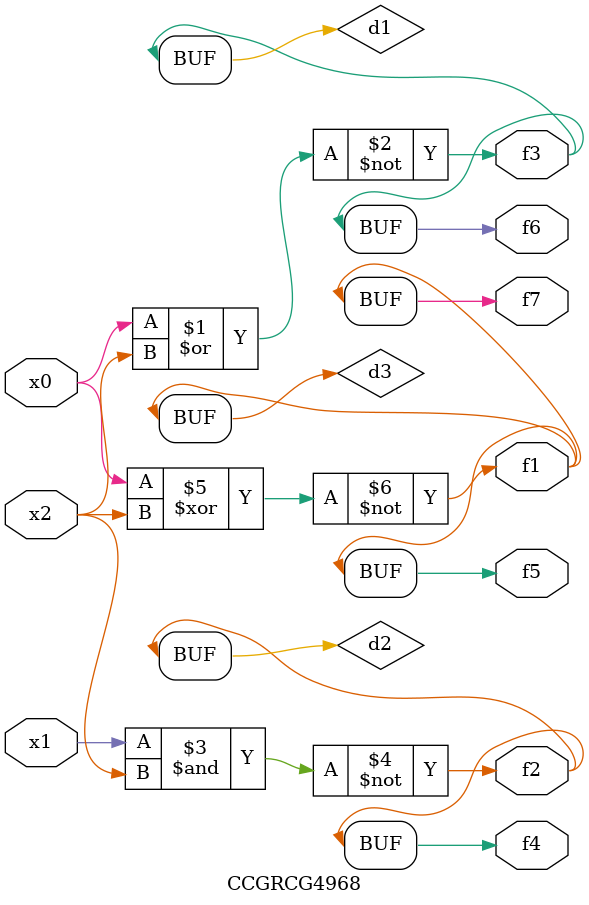
<source format=v>
module CCGRCG4968(
	input x0, x1, x2,
	output f1, f2, f3, f4, f5, f6, f7
);

	wire d1, d2, d3;

	nor (d1, x0, x2);
	nand (d2, x1, x2);
	xnor (d3, x0, x2);
	assign f1 = d3;
	assign f2 = d2;
	assign f3 = d1;
	assign f4 = d2;
	assign f5 = d3;
	assign f6 = d1;
	assign f7 = d3;
endmodule

</source>
